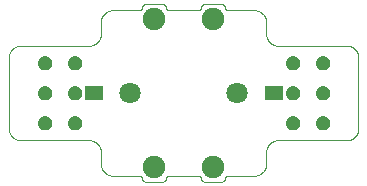
<source format=gts>
G75*
%MOIN*%
%OFA0B0*%
%FSLAX25Y25*%
%IPPOS*%
%LPD*%
%AMOC8*
5,1,8,0,0,1.08239X$1,22.5*
%
%ADD10C,0.00000*%
%ADD11C,0.04731*%
%ADD12C,0.07487*%
%ADD13C,0.07087*%
%ADD14R,0.06306X0.05124*%
D10*
X0045791Y0032012D02*
X0045915Y0032010D01*
X0046038Y0032004D01*
X0046162Y0031995D01*
X0046284Y0031981D01*
X0046407Y0031964D01*
X0046529Y0031942D01*
X0046650Y0031917D01*
X0046770Y0031888D01*
X0046889Y0031856D01*
X0047008Y0031819D01*
X0047125Y0031779D01*
X0047240Y0031736D01*
X0047355Y0031688D01*
X0047467Y0031637D01*
X0047578Y0031583D01*
X0047688Y0031525D01*
X0047795Y0031464D01*
X0047901Y0031399D01*
X0048004Y0031331D01*
X0048105Y0031260D01*
X0048204Y0031186D01*
X0048301Y0031109D01*
X0048395Y0031028D01*
X0048486Y0030945D01*
X0048575Y0030859D01*
X0048661Y0030770D01*
X0048744Y0030679D01*
X0048825Y0030585D01*
X0048902Y0030488D01*
X0048976Y0030389D01*
X0049047Y0030288D01*
X0049115Y0030185D01*
X0049180Y0030079D01*
X0049241Y0029972D01*
X0049299Y0029862D01*
X0049353Y0029751D01*
X0049404Y0029639D01*
X0049452Y0029524D01*
X0049495Y0029409D01*
X0049535Y0029292D01*
X0049572Y0029173D01*
X0049604Y0029054D01*
X0049633Y0028934D01*
X0049658Y0028813D01*
X0049680Y0028691D01*
X0049697Y0028568D01*
X0049711Y0028446D01*
X0049720Y0028322D01*
X0049726Y0028199D01*
X0049728Y0028075D01*
X0049728Y0024138D01*
X0049730Y0024014D01*
X0049736Y0023891D01*
X0049745Y0023767D01*
X0049759Y0023645D01*
X0049776Y0023522D01*
X0049798Y0023400D01*
X0049823Y0023279D01*
X0049852Y0023159D01*
X0049884Y0023040D01*
X0049921Y0022921D01*
X0049961Y0022804D01*
X0050004Y0022689D01*
X0050052Y0022574D01*
X0050103Y0022462D01*
X0050157Y0022351D01*
X0050215Y0022241D01*
X0050276Y0022134D01*
X0050341Y0022028D01*
X0050409Y0021925D01*
X0050480Y0021824D01*
X0050554Y0021725D01*
X0050631Y0021628D01*
X0050712Y0021534D01*
X0050795Y0021443D01*
X0050881Y0021354D01*
X0050970Y0021268D01*
X0051061Y0021185D01*
X0051155Y0021104D01*
X0051252Y0021027D01*
X0051351Y0020953D01*
X0051452Y0020882D01*
X0051555Y0020814D01*
X0051661Y0020749D01*
X0051768Y0020688D01*
X0051878Y0020630D01*
X0051989Y0020576D01*
X0052101Y0020525D01*
X0052216Y0020477D01*
X0052331Y0020434D01*
X0052448Y0020394D01*
X0052567Y0020357D01*
X0052686Y0020325D01*
X0052806Y0020296D01*
X0052927Y0020271D01*
X0053049Y0020249D01*
X0053172Y0020232D01*
X0053294Y0020218D01*
X0053418Y0020209D01*
X0053541Y0020203D01*
X0053665Y0020201D01*
X0062524Y0020201D01*
X0062586Y0020199D01*
X0062647Y0020193D01*
X0062708Y0020184D01*
X0062769Y0020170D01*
X0062828Y0020153D01*
X0062886Y0020132D01*
X0062943Y0020107D01*
X0062998Y0020079D01*
X0063051Y0020048D01*
X0063102Y0020013D01*
X0063151Y0019975D01*
X0063198Y0019934D01*
X0063241Y0019891D01*
X0063282Y0019844D01*
X0063320Y0019795D01*
X0063355Y0019744D01*
X0063386Y0019691D01*
X0063414Y0019636D01*
X0063439Y0019579D01*
X0063460Y0019521D01*
X0063477Y0019462D01*
X0063491Y0019401D01*
X0063500Y0019340D01*
X0063506Y0019279D01*
X0063508Y0019217D01*
X0063510Y0019155D01*
X0063516Y0019094D01*
X0063525Y0019033D01*
X0063539Y0018972D01*
X0063556Y0018913D01*
X0063577Y0018855D01*
X0063602Y0018798D01*
X0063630Y0018743D01*
X0063661Y0018690D01*
X0063696Y0018639D01*
X0063734Y0018590D01*
X0063775Y0018543D01*
X0063818Y0018500D01*
X0063865Y0018459D01*
X0063914Y0018421D01*
X0063965Y0018386D01*
X0064018Y0018355D01*
X0064073Y0018327D01*
X0064130Y0018302D01*
X0064188Y0018281D01*
X0064247Y0018264D01*
X0064308Y0018250D01*
X0064369Y0018241D01*
X0064430Y0018235D01*
X0064492Y0018233D01*
X0064492Y0018232D02*
X0070398Y0018232D01*
X0070398Y0018233D02*
X0070460Y0018235D01*
X0070521Y0018241D01*
X0070582Y0018250D01*
X0070643Y0018264D01*
X0070702Y0018281D01*
X0070760Y0018302D01*
X0070817Y0018327D01*
X0070872Y0018355D01*
X0070925Y0018386D01*
X0070976Y0018421D01*
X0071025Y0018459D01*
X0071072Y0018500D01*
X0071115Y0018543D01*
X0071156Y0018590D01*
X0071194Y0018639D01*
X0071229Y0018690D01*
X0071260Y0018743D01*
X0071288Y0018798D01*
X0071313Y0018855D01*
X0071334Y0018913D01*
X0071351Y0018972D01*
X0071365Y0019033D01*
X0071374Y0019094D01*
X0071380Y0019155D01*
X0071382Y0019217D01*
X0071384Y0019279D01*
X0071390Y0019340D01*
X0071399Y0019401D01*
X0071413Y0019462D01*
X0071430Y0019521D01*
X0071451Y0019579D01*
X0071476Y0019636D01*
X0071504Y0019691D01*
X0071535Y0019744D01*
X0071570Y0019795D01*
X0071608Y0019844D01*
X0071649Y0019891D01*
X0071692Y0019934D01*
X0071739Y0019975D01*
X0071788Y0020013D01*
X0071839Y0020048D01*
X0071892Y0020079D01*
X0071947Y0020107D01*
X0072004Y0020132D01*
X0072062Y0020153D01*
X0072121Y0020170D01*
X0072182Y0020184D01*
X0072243Y0020193D01*
X0072304Y0020199D01*
X0072366Y0020201D01*
X0082209Y0020201D01*
X0082271Y0020199D01*
X0082332Y0020193D01*
X0082393Y0020184D01*
X0082454Y0020170D01*
X0082513Y0020153D01*
X0082571Y0020132D01*
X0082628Y0020107D01*
X0082683Y0020079D01*
X0082736Y0020048D01*
X0082787Y0020013D01*
X0082836Y0019975D01*
X0082883Y0019934D01*
X0082926Y0019891D01*
X0082967Y0019844D01*
X0083005Y0019795D01*
X0083040Y0019744D01*
X0083071Y0019691D01*
X0083099Y0019636D01*
X0083124Y0019579D01*
X0083145Y0019521D01*
X0083162Y0019462D01*
X0083176Y0019401D01*
X0083185Y0019340D01*
X0083191Y0019279D01*
X0083193Y0019217D01*
X0083195Y0019155D01*
X0083201Y0019094D01*
X0083210Y0019033D01*
X0083224Y0018972D01*
X0083241Y0018913D01*
X0083262Y0018855D01*
X0083287Y0018798D01*
X0083315Y0018743D01*
X0083346Y0018690D01*
X0083381Y0018639D01*
X0083419Y0018590D01*
X0083460Y0018543D01*
X0083503Y0018500D01*
X0083550Y0018459D01*
X0083599Y0018421D01*
X0083650Y0018386D01*
X0083703Y0018355D01*
X0083758Y0018327D01*
X0083815Y0018302D01*
X0083873Y0018281D01*
X0083932Y0018264D01*
X0083993Y0018250D01*
X0084054Y0018241D01*
X0084115Y0018235D01*
X0084177Y0018233D01*
X0084177Y0018232D02*
X0090083Y0018232D01*
X0090083Y0018233D02*
X0090145Y0018235D01*
X0090206Y0018241D01*
X0090267Y0018250D01*
X0090328Y0018264D01*
X0090387Y0018281D01*
X0090445Y0018302D01*
X0090502Y0018327D01*
X0090557Y0018355D01*
X0090610Y0018386D01*
X0090661Y0018421D01*
X0090710Y0018459D01*
X0090757Y0018500D01*
X0090800Y0018543D01*
X0090841Y0018590D01*
X0090879Y0018639D01*
X0090914Y0018690D01*
X0090945Y0018743D01*
X0090973Y0018798D01*
X0090998Y0018855D01*
X0091019Y0018913D01*
X0091036Y0018972D01*
X0091050Y0019033D01*
X0091059Y0019094D01*
X0091065Y0019155D01*
X0091067Y0019217D01*
X0091069Y0019279D01*
X0091075Y0019340D01*
X0091084Y0019401D01*
X0091098Y0019462D01*
X0091115Y0019521D01*
X0091136Y0019579D01*
X0091161Y0019636D01*
X0091189Y0019691D01*
X0091220Y0019744D01*
X0091255Y0019795D01*
X0091293Y0019844D01*
X0091334Y0019891D01*
X0091377Y0019934D01*
X0091424Y0019975D01*
X0091473Y0020013D01*
X0091524Y0020048D01*
X0091577Y0020079D01*
X0091632Y0020107D01*
X0091689Y0020132D01*
X0091747Y0020153D01*
X0091806Y0020170D01*
X0091867Y0020184D01*
X0091928Y0020193D01*
X0091989Y0020199D01*
X0092051Y0020201D01*
X0100909Y0020201D01*
X0101033Y0020203D01*
X0101156Y0020209D01*
X0101280Y0020218D01*
X0101402Y0020232D01*
X0101525Y0020249D01*
X0101647Y0020271D01*
X0101768Y0020296D01*
X0101888Y0020325D01*
X0102007Y0020357D01*
X0102126Y0020394D01*
X0102243Y0020434D01*
X0102358Y0020477D01*
X0102473Y0020525D01*
X0102585Y0020576D01*
X0102696Y0020630D01*
X0102806Y0020688D01*
X0102913Y0020749D01*
X0103019Y0020814D01*
X0103122Y0020882D01*
X0103223Y0020953D01*
X0103322Y0021027D01*
X0103419Y0021104D01*
X0103513Y0021185D01*
X0103604Y0021268D01*
X0103693Y0021354D01*
X0103779Y0021443D01*
X0103862Y0021534D01*
X0103943Y0021628D01*
X0104020Y0021725D01*
X0104094Y0021824D01*
X0104165Y0021925D01*
X0104233Y0022028D01*
X0104298Y0022134D01*
X0104359Y0022241D01*
X0104417Y0022351D01*
X0104471Y0022462D01*
X0104522Y0022574D01*
X0104570Y0022689D01*
X0104613Y0022804D01*
X0104653Y0022921D01*
X0104690Y0023040D01*
X0104722Y0023159D01*
X0104751Y0023279D01*
X0104776Y0023400D01*
X0104798Y0023522D01*
X0104815Y0023645D01*
X0104829Y0023767D01*
X0104838Y0023891D01*
X0104844Y0024014D01*
X0104846Y0024138D01*
X0104846Y0028075D01*
X0104848Y0028199D01*
X0104854Y0028322D01*
X0104863Y0028446D01*
X0104877Y0028568D01*
X0104894Y0028691D01*
X0104916Y0028813D01*
X0104941Y0028934D01*
X0104970Y0029054D01*
X0105002Y0029173D01*
X0105039Y0029292D01*
X0105079Y0029409D01*
X0105122Y0029524D01*
X0105170Y0029639D01*
X0105221Y0029751D01*
X0105275Y0029862D01*
X0105333Y0029972D01*
X0105394Y0030079D01*
X0105459Y0030185D01*
X0105527Y0030288D01*
X0105598Y0030389D01*
X0105672Y0030488D01*
X0105749Y0030585D01*
X0105830Y0030679D01*
X0105913Y0030770D01*
X0105999Y0030859D01*
X0106088Y0030945D01*
X0106179Y0031028D01*
X0106273Y0031109D01*
X0106370Y0031186D01*
X0106469Y0031260D01*
X0106570Y0031331D01*
X0106673Y0031399D01*
X0106779Y0031464D01*
X0106886Y0031525D01*
X0106996Y0031583D01*
X0107107Y0031637D01*
X0107219Y0031688D01*
X0107334Y0031736D01*
X0107449Y0031779D01*
X0107566Y0031819D01*
X0107685Y0031856D01*
X0107804Y0031888D01*
X0107924Y0031917D01*
X0108045Y0031942D01*
X0108167Y0031964D01*
X0108290Y0031981D01*
X0108412Y0031995D01*
X0108536Y0032004D01*
X0108659Y0032010D01*
X0108783Y0032012D01*
X0131618Y0032012D01*
X0131742Y0032014D01*
X0131865Y0032020D01*
X0131989Y0032029D01*
X0132111Y0032043D01*
X0132234Y0032060D01*
X0132356Y0032082D01*
X0132477Y0032107D01*
X0132597Y0032136D01*
X0132716Y0032168D01*
X0132835Y0032205D01*
X0132952Y0032245D01*
X0133067Y0032288D01*
X0133182Y0032336D01*
X0133294Y0032387D01*
X0133405Y0032441D01*
X0133515Y0032499D01*
X0133622Y0032560D01*
X0133728Y0032625D01*
X0133831Y0032693D01*
X0133932Y0032764D01*
X0134031Y0032838D01*
X0134128Y0032915D01*
X0134222Y0032996D01*
X0134313Y0033079D01*
X0134402Y0033165D01*
X0134488Y0033254D01*
X0134571Y0033345D01*
X0134652Y0033439D01*
X0134729Y0033536D01*
X0134803Y0033635D01*
X0134874Y0033736D01*
X0134942Y0033839D01*
X0135007Y0033945D01*
X0135068Y0034052D01*
X0135126Y0034162D01*
X0135180Y0034273D01*
X0135231Y0034385D01*
X0135279Y0034500D01*
X0135322Y0034615D01*
X0135362Y0034732D01*
X0135399Y0034851D01*
X0135431Y0034970D01*
X0135460Y0035090D01*
X0135485Y0035211D01*
X0135507Y0035333D01*
X0135524Y0035456D01*
X0135538Y0035578D01*
X0135547Y0035702D01*
X0135553Y0035825D01*
X0135555Y0035949D01*
X0135555Y0059571D01*
X0135553Y0059695D01*
X0135547Y0059818D01*
X0135538Y0059942D01*
X0135524Y0060064D01*
X0135507Y0060187D01*
X0135485Y0060309D01*
X0135460Y0060430D01*
X0135431Y0060550D01*
X0135399Y0060669D01*
X0135362Y0060788D01*
X0135322Y0060905D01*
X0135279Y0061020D01*
X0135231Y0061135D01*
X0135180Y0061247D01*
X0135126Y0061358D01*
X0135068Y0061468D01*
X0135007Y0061575D01*
X0134942Y0061681D01*
X0134874Y0061784D01*
X0134803Y0061885D01*
X0134729Y0061984D01*
X0134652Y0062081D01*
X0134571Y0062175D01*
X0134488Y0062266D01*
X0134402Y0062355D01*
X0134313Y0062441D01*
X0134222Y0062524D01*
X0134128Y0062605D01*
X0134031Y0062682D01*
X0133932Y0062756D01*
X0133831Y0062827D01*
X0133728Y0062895D01*
X0133622Y0062960D01*
X0133515Y0063021D01*
X0133405Y0063079D01*
X0133294Y0063133D01*
X0133182Y0063184D01*
X0133067Y0063232D01*
X0132952Y0063275D01*
X0132835Y0063315D01*
X0132716Y0063352D01*
X0132597Y0063384D01*
X0132477Y0063413D01*
X0132356Y0063438D01*
X0132234Y0063460D01*
X0132111Y0063477D01*
X0131989Y0063491D01*
X0131865Y0063500D01*
X0131742Y0063506D01*
X0131618Y0063508D01*
X0108783Y0063508D01*
X0108659Y0063510D01*
X0108536Y0063516D01*
X0108412Y0063525D01*
X0108290Y0063539D01*
X0108167Y0063556D01*
X0108045Y0063578D01*
X0107924Y0063603D01*
X0107804Y0063632D01*
X0107685Y0063664D01*
X0107566Y0063701D01*
X0107449Y0063741D01*
X0107334Y0063784D01*
X0107219Y0063832D01*
X0107107Y0063883D01*
X0106996Y0063937D01*
X0106886Y0063995D01*
X0106779Y0064056D01*
X0106673Y0064121D01*
X0106570Y0064189D01*
X0106469Y0064260D01*
X0106370Y0064334D01*
X0106273Y0064411D01*
X0106179Y0064492D01*
X0106088Y0064575D01*
X0105999Y0064661D01*
X0105913Y0064750D01*
X0105830Y0064841D01*
X0105749Y0064935D01*
X0105672Y0065032D01*
X0105598Y0065131D01*
X0105527Y0065232D01*
X0105459Y0065335D01*
X0105394Y0065441D01*
X0105333Y0065548D01*
X0105275Y0065658D01*
X0105221Y0065769D01*
X0105170Y0065881D01*
X0105122Y0065996D01*
X0105079Y0066111D01*
X0105039Y0066228D01*
X0105002Y0066347D01*
X0104970Y0066466D01*
X0104941Y0066586D01*
X0104916Y0066707D01*
X0104894Y0066829D01*
X0104877Y0066952D01*
X0104863Y0067074D01*
X0104854Y0067198D01*
X0104848Y0067321D01*
X0104846Y0067445D01*
X0104846Y0071382D01*
X0104844Y0071506D01*
X0104838Y0071629D01*
X0104829Y0071753D01*
X0104815Y0071875D01*
X0104798Y0071998D01*
X0104776Y0072120D01*
X0104751Y0072241D01*
X0104722Y0072361D01*
X0104690Y0072480D01*
X0104653Y0072599D01*
X0104613Y0072716D01*
X0104570Y0072831D01*
X0104522Y0072946D01*
X0104471Y0073058D01*
X0104417Y0073169D01*
X0104359Y0073279D01*
X0104298Y0073386D01*
X0104233Y0073492D01*
X0104165Y0073595D01*
X0104094Y0073696D01*
X0104020Y0073795D01*
X0103943Y0073892D01*
X0103862Y0073986D01*
X0103779Y0074077D01*
X0103693Y0074166D01*
X0103604Y0074252D01*
X0103513Y0074335D01*
X0103419Y0074416D01*
X0103322Y0074493D01*
X0103223Y0074567D01*
X0103122Y0074638D01*
X0103019Y0074706D01*
X0102913Y0074771D01*
X0102806Y0074832D01*
X0102696Y0074890D01*
X0102585Y0074944D01*
X0102473Y0074995D01*
X0102358Y0075043D01*
X0102243Y0075086D01*
X0102126Y0075126D01*
X0102007Y0075163D01*
X0101888Y0075195D01*
X0101768Y0075224D01*
X0101647Y0075249D01*
X0101525Y0075271D01*
X0101402Y0075288D01*
X0101280Y0075302D01*
X0101156Y0075311D01*
X0101033Y0075317D01*
X0100909Y0075319D01*
X0092051Y0075319D01*
X0091989Y0075321D01*
X0091928Y0075327D01*
X0091867Y0075336D01*
X0091806Y0075350D01*
X0091747Y0075367D01*
X0091689Y0075388D01*
X0091632Y0075413D01*
X0091577Y0075441D01*
X0091524Y0075472D01*
X0091473Y0075507D01*
X0091424Y0075545D01*
X0091377Y0075586D01*
X0091334Y0075629D01*
X0091293Y0075676D01*
X0091255Y0075725D01*
X0091220Y0075776D01*
X0091189Y0075829D01*
X0091161Y0075884D01*
X0091136Y0075941D01*
X0091115Y0075999D01*
X0091098Y0076058D01*
X0091084Y0076119D01*
X0091075Y0076180D01*
X0091069Y0076241D01*
X0091067Y0076303D01*
X0091065Y0076365D01*
X0091059Y0076426D01*
X0091050Y0076487D01*
X0091036Y0076548D01*
X0091019Y0076607D01*
X0090998Y0076665D01*
X0090973Y0076722D01*
X0090945Y0076777D01*
X0090914Y0076830D01*
X0090879Y0076881D01*
X0090841Y0076930D01*
X0090800Y0076977D01*
X0090757Y0077020D01*
X0090710Y0077061D01*
X0090661Y0077099D01*
X0090610Y0077134D01*
X0090557Y0077165D01*
X0090502Y0077193D01*
X0090445Y0077218D01*
X0090387Y0077239D01*
X0090328Y0077256D01*
X0090267Y0077270D01*
X0090206Y0077279D01*
X0090145Y0077285D01*
X0090083Y0077287D01*
X0084177Y0077287D01*
X0084115Y0077285D01*
X0084054Y0077279D01*
X0083993Y0077270D01*
X0083932Y0077256D01*
X0083873Y0077239D01*
X0083815Y0077218D01*
X0083758Y0077193D01*
X0083703Y0077165D01*
X0083650Y0077134D01*
X0083599Y0077099D01*
X0083550Y0077061D01*
X0083503Y0077020D01*
X0083460Y0076977D01*
X0083419Y0076930D01*
X0083381Y0076881D01*
X0083346Y0076830D01*
X0083315Y0076777D01*
X0083287Y0076722D01*
X0083262Y0076665D01*
X0083241Y0076607D01*
X0083224Y0076548D01*
X0083210Y0076487D01*
X0083201Y0076426D01*
X0083195Y0076365D01*
X0083193Y0076303D01*
X0083191Y0076241D01*
X0083185Y0076180D01*
X0083176Y0076119D01*
X0083162Y0076058D01*
X0083145Y0075999D01*
X0083124Y0075941D01*
X0083099Y0075884D01*
X0083071Y0075829D01*
X0083040Y0075776D01*
X0083005Y0075725D01*
X0082967Y0075676D01*
X0082926Y0075629D01*
X0082883Y0075586D01*
X0082836Y0075545D01*
X0082787Y0075507D01*
X0082736Y0075472D01*
X0082683Y0075441D01*
X0082628Y0075413D01*
X0082571Y0075388D01*
X0082513Y0075367D01*
X0082454Y0075350D01*
X0082393Y0075336D01*
X0082332Y0075327D01*
X0082271Y0075321D01*
X0082209Y0075319D01*
X0072366Y0075319D01*
X0072304Y0075321D01*
X0072243Y0075327D01*
X0072182Y0075336D01*
X0072121Y0075350D01*
X0072062Y0075367D01*
X0072004Y0075388D01*
X0071947Y0075413D01*
X0071892Y0075441D01*
X0071839Y0075472D01*
X0071788Y0075507D01*
X0071739Y0075545D01*
X0071692Y0075586D01*
X0071649Y0075629D01*
X0071608Y0075676D01*
X0071570Y0075725D01*
X0071535Y0075776D01*
X0071504Y0075829D01*
X0071476Y0075884D01*
X0071451Y0075941D01*
X0071430Y0075999D01*
X0071413Y0076058D01*
X0071399Y0076119D01*
X0071390Y0076180D01*
X0071384Y0076241D01*
X0071382Y0076303D01*
X0071380Y0076365D01*
X0071374Y0076426D01*
X0071365Y0076487D01*
X0071351Y0076548D01*
X0071334Y0076607D01*
X0071313Y0076665D01*
X0071288Y0076722D01*
X0071260Y0076777D01*
X0071229Y0076830D01*
X0071194Y0076881D01*
X0071156Y0076930D01*
X0071115Y0076977D01*
X0071072Y0077020D01*
X0071025Y0077061D01*
X0070976Y0077099D01*
X0070925Y0077134D01*
X0070872Y0077165D01*
X0070817Y0077193D01*
X0070760Y0077218D01*
X0070702Y0077239D01*
X0070643Y0077256D01*
X0070582Y0077270D01*
X0070521Y0077279D01*
X0070460Y0077285D01*
X0070398Y0077287D01*
X0064492Y0077287D01*
X0064430Y0077285D01*
X0064369Y0077279D01*
X0064308Y0077270D01*
X0064247Y0077256D01*
X0064188Y0077239D01*
X0064130Y0077218D01*
X0064073Y0077193D01*
X0064018Y0077165D01*
X0063965Y0077134D01*
X0063914Y0077099D01*
X0063865Y0077061D01*
X0063818Y0077020D01*
X0063775Y0076977D01*
X0063734Y0076930D01*
X0063696Y0076881D01*
X0063661Y0076830D01*
X0063630Y0076777D01*
X0063602Y0076722D01*
X0063577Y0076665D01*
X0063556Y0076607D01*
X0063539Y0076548D01*
X0063525Y0076487D01*
X0063516Y0076426D01*
X0063510Y0076365D01*
X0063508Y0076303D01*
X0063506Y0076241D01*
X0063500Y0076180D01*
X0063491Y0076119D01*
X0063477Y0076058D01*
X0063460Y0075999D01*
X0063439Y0075941D01*
X0063414Y0075884D01*
X0063386Y0075829D01*
X0063355Y0075776D01*
X0063320Y0075725D01*
X0063282Y0075676D01*
X0063241Y0075629D01*
X0063198Y0075586D01*
X0063151Y0075545D01*
X0063102Y0075507D01*
X0063051Y0075472D01*
X0062998Y0075441D01*
X0062943Y0075413D01*
X0062886Y0075388D01*
X0062828Y0075367D01*
X0062769Y0075350D01*
X0062708Y0075336D01*
X0062647Y0075327D01*
X0062586Y0075321D01*
X0062524Y0075319D01*
X0053665Y0075319D01*
X0053541Y0075317D01*
X0053418Y0075311D01*
X0053294Y0075302D01*
X0053172Y0075288D01*
X0053049Y0075271D01*
X0052927Y0075249D01*
X0052806Y0075224D01*
X0052686Y0075195D01*
X0052567Y0075163D01*
X0052448Y0075126D01*
X0052331Y0075086D01*
X0052216Y0075043D01*
X0052101Y0074995D01*
X0051989Y0074944D01*
X0051878Y0074890D01*
X0051768Y0074832D01*
X0051661Y0074771D01*
X0051555Y0074706D01*
X0051452Y0074638D01*
X0051351Y0074567D01*
X0051252Y0074493D01*
X0051155Y0074416D01*
X0051061Y0074335D01*
X0050970Y0074252D01*
X0050881Y0074166D01*
X0050795Y0074077D01*
X0050712Y0073986D01*
X0050631Y0073892D01*
X0050554Y0073795D01*
X0050480Y0073696D01*
X0050409Y0073595D01*
X0050341Y0073492D01*
X0050276Y0073386D01*
X0050215Y0073279D01*
X0050157Y0073169D01*
X0050103Y0073058D01*
X0050052Y0072946D01*
X0050004Y0072831D01*
X0049961Y0072716D01*
X0049921Y0072599D01*
X0049884Y0072480D01*
X0049852Y0072361D01*
X0049823Y0072241D01*
X0049798Y0072120D01*
X0049776Y0071998D01*
X0049759Y0071875D01*
X0049745Y0071753D01*
X0049736Y0071629D01*
X0049730Y0071506D01*
X0049728Y0071382D01*
X0049728Y0067445D01*
X0049726Y0067321D01*
X0049720Y0067198D01*
X0049711Y0067074D01*
X0049697Y0066952D01*
X0049680Y0066829D01*
X0049658Y0066707D01*
X0049633Y0066586D01*
X0049604Y0066466D01*
X0049572Y0066347D01*
X0049535Y0066228D01*
X0049495Y0066111D01*
X0049452Y0065996D01*
X0049404Y0065881D01*
X0049353Y0065769D01*
X0049299Y0065658D01*
X0049241Y0065548D01*
X0049180Y0065441D01*
X0049115Y0065335D01*
X0049047Y0065232D01*
X0048976Y0065131D01*
X0048902Y0065032D01*
X0048825Y0064935D01*
X0048744Y0064841D01*
X0048661Y0064750D01*
X0048575Y0064661D01*
X0048486Y0064575D01*
X0048395Y0064492D01*
X0048301Y0064411D01*
X0048204Y0064334D01*
X0048105Y0064260D01*
X0048004Y0064189D01*
X0047901Y0064121D01*
X0047795Y0064056D01*
X0047688Y0063995D01*
X0047578Y0063937D01*
X0047467Y0063883D01*
X0047355Y0063832D01*
X0047240Y0063784D01*
X0047125Y0063741D01*
X0047008Y0063701D01*
X0046889Y0063664D01*
X0046770Y0063632D01*
X0046650Y0063603D01*
X0046529Y0063578D01*
X0046407Y0063556D01*
X0046284Y0063539D01*
X0046162Y0063525D01*
X0046038Y0063516D01*
X0045915Y0063510D01*
X0045791Y0063508D01*
X0022957Y0063508D01*
X0022833Y0063506D01*
X0022710Y0063500D01*
X0022586Y0063491D01*
X0022464Y0063477D01*
X0022341Y0063460D01*
X0022219Y0063438D01*
X0022098Y0063413D01*
X0021978Y0063384D01*
X0021859Y0063352D01*
X0021740Y0063315D01*
X0021623Y0063275D01*
X0021508Y0063232D01*
X0021393Y0063184D01*
X0021281Y0063133D01*
X0021170Y0063079D01*
X0021060Y0063021D01*
X0020953Y0062960D01*
X0020847Y0062895D01*
X0020744Y0062827D01*
X0020643Y0062756D01*
X0020544Y0062682D01*
X0020447Y0062605D01*
X0020353Y0062524D01*
X0020262Y0062441D01*
X0020173Y0062355D01*
X0020087Y0062266D01*
X0020004Y0062175D01*
X0019923Y0062081D01*
X0019846Y0061984D01*
X0019772Y0061885D01*
X0019701Y0061784D01*
X0019633Y0061681D01*
X0019568Y0061575D01*
X0019507Y0061468D01*
X0019449Y0061358D01*
X0019395Y0061247D01*
X0019344Y0061135D01*
X0019296Y0061020D01*
X0019253Y0060905D01*
X0019213Y0060788D01*
X0019176Y0060669D01*
X0019144Y0060550D01*
X0019115Y0060430D01*
X0019090Y0060309D01*
X0019068Y0060187D01*
X0019051Y0060064D01*
X0019037Y0059942D01*
X0019028Y0059818D01*
X0019022Y0059695D01*
X0019020Y0059571D01*
X0019020Y0035949D01*
X0019022Y0035825D01*
X0019028Y0035702D01*
X0019037Y0035578D01*
X0019051Y0035456D01*
X0019068Y0035333D01*
X0019090Y0035211D01*
X0019115Y0035090D01*
X0019144Y0034970D01*
X0019176Y0034851D01*
X0019213Y0034732D01*
X0019253Y0034615D01*
X0019296Y0034500D01*
X0019344Y0034385D01*
X0019395Y0034273D01*
X0019449Y0034162D01*
X0019507Y0034052D01*
X0019568Y0033945D01*
X0019633Y0033839D01*
X0019701Y0033736D01*
X0019772Y0033635D01*
X0019846Y0033536D01*
X0019923Y0033439D01*
X0020004Y0033345D01*
X0020087Y0033254D01*
X0020173Y0033165D01*
X0020262Y0033079D01*
X0020353Y0032996D01*
X0020447Y0032915D01*
X0020544Y0032838D01*
X0020643Y0032764D01*
X0020744Y0032693D01*
X0020847Y0032625D01*
X0020953Y0032560D01*
X0021060Y0032499D01*
X0021170Y0032441D01*
X0021281Y0032387D01*
X0021393Y0032336D01*
X0021508Y0032288D01*
X0021623Y0032245D01*
X0021740Y0032205D01*
X0021859Y0032168D01*
X0021978Y0032136D01*
X0022098Y0032107D01*
X0022219Y0032082D01*
X0022341Y0032060D01*
X0022464Y0032043D01*
X0022586Y0032029D01*
X0022710Y0032020D01*
X0022833Y0032014D01*
X0022957Y0032012D01*
X0045791Y0032012D01*
X0038784Y0037760D02*
X0038786Y0037853D01*
X0038792Y0037945D01*
X0038802Y0038037D01*
X0038816Y0038128D01*
X0038833Y0038219D01*
X0038855Y0038309D01*
X0038880Y0038398D01*
X0038909Y0038486D01*
X0038942Y0038572D01*
X0038979Y0038657D01*
X0039019Y0038741D01*
X0039063Y0038822D01*
X0039110Y0038902D01*
X0039160Y0038980D01*
X0039214Y0039055D01*
X0039271Y0039128D01*
X0039331Y0039198D01*
X0039394Y0039266D01*
X0039460Y0039331D01*
X0039528Y0039393D01*
X0039599Y0039453D01*
X0039673Y0039509D01*
X0039749Y0039562D01*
X0039827Y0039611D01*
X0039907Y0039658D01*
X0039989Y0039700D01*
X0040073Y0039740D01*
X0040158Y0039775D01*
X0040245Y0039807D01*
X0040333Y0039836D01*
X0040422Y0039860D01*
X0040512Y0039881D01*
X0040603Y0039897D01*
X0040695Y0039910D01*
X0040787Y0039919D01*
X0040880Y0039924D01*
X0040972Y0039925D01*
X0041065Y0039922D01*
X0041157Y0039915D01*
X0041249Y0039904D01*
X0041340Y0039889D01*
X0041431Y0039871D01*
X0041521Y0039848D01*
X0041609Y0039822D01*
X0041697Y0039792D01*
X0041783Y0039758D01*
X0041867Y0039721D01*
X0041950Y0039679D01*
X0042031Y0039635D01*
X0042111Y0039587D01*
X0042188Y0039536D01*
X0042262Y0039481D01*
X0042335Y0039423D01*
X0042405Y0039363D01*
X0042472Y0039299D01*
X0042536Y0039233D01*
X0042598Y0039163D01*
X0042656Y0039092D01*
X0042711Y0039018D01*
X0042763Y0038941D01*
X0042812Y0038862D01*
X0042858Y0038782D01*
X0042900Y0038699D01*
X0042938Y0038615D01*
X0042973Y0038529D01*
X0043004Y0038442D01*
X0043031Y0038354D01*
X0043054Y0038264D01*
X0043074Y0038174D01*
X0043090Y0038083D01*
X0043102Y0037991D01*
X0043110Y0037899D01*
X0043114Y0037806D01*
X0043114Y0037714D01*
X0043110Y0037621D01*
X0043102Y0037529D01*
X0043090Y0037437D01*
X0043074Y0037346D01*
X0043054Y0037256D01*
X0043031Y0037166D01*
X0043004Y0037078D01*
X0042973Y0036991D01*
X0042938Y0036905D01*
X0042900Y0036821D01*
X0042858Y0036738D01*
X0042812Y0036658D01*
X0042763Y0036579D01*
X0042711Y0036502D01*
X0042656Y0036428D01*
X0042598Y0036357D01*
X0042536Y0036287D01*
X0042472Y0036221D01*
X0042405Y0036157D01*
X0042335Y0036097D01*
X0042262Y0036039D01*
X0042188Y0035984D01*
X0042111Y0035933D01*
X0042032Y0035885D01*
X0041950Y0035841D01*
X0041867Y0035799D01*
X0041783Y0035762D01*
X0041697Y0035728D01*
X0041609Y0035698D01*
X0041521Y0035672D01*
X0041431Y0035649D01*
X0041340Y0035631D01*
X0041249Y0035616D01*
X0041157Y0035605D01*
X0041065Y0035598D01*
X0040972Y0035595D01*
X0040880Y0035596D01*
X0040787Y0035601D01*
X0040695Y0035610D01*
X0040603Y0035623D01*
X0040512Y0035639D01*
X0040422Y0035660D01*
X0040333Y0035684D01*
X0040245Y0035713D01*
X0040158Y0035745D01*
X0040073Y0035780D01*
X0039989Y0035820D01*
X0039907Y0035862D01*
X0039827Y0035909D01*
X0039749Y0035958D01*
X0039673Y0036011D01*
X0039599Y0036067D01*
X0039528Y0036127D01*
X0039460Y0036189D01*
X0039394Y0036254D01*
X0039331Y0036322D01*
X0039271Y0036392D01*
X0039214Y0036465D01*
X0039160Y0036540D01*
X0039110Y0036618D01*
X0039063Y0036698D01*
X0039019Y0036779D01*
X0038979Y0036863D01*
X0038942Y0036948D01*
X0038909Y0037034D01*
X0038880Y0037122D01*
X0038855Y0037211D01*
X0038833Y0037301D01*
X0038816Y0037392D01*
X0038802Y0037483D01*
X0038792Y0037575D01*
X0038786Y0037667D01*
X0038784Y0037760D01*
X0028784Y0037760D02*
X0028786Y0037853D01*
X0028792Y0037945D01*
X0028802Y0038037D01*
X0028816Y0038128D01*
X0028833Y0038219D01*
X0028855Y0038309D01*
X0028880Y0038398D01*
X0028909Y0038486D01*
X0028942Y0038572D01*
X0028979Y0038657D01*
X0029019Y0038741D01*
X0029063Y0038822D01*
X0029110Y0038902D01*
X0029160Y0038980D01*
X0029214Y0039055D01*
X0029271Y0039128D01*
X0029331Y0039198D01*
X0029394Y0039266D01*
X0029460Y0039331D01*
X0029528Y0039393D01*
X0029599Y0039453D01*
X0029673Y0039509D01*
X0029749Y0039562D01*
X0029827Y0039611D01*
X0029907Y0039658D01*
X0029989Y0039700D01*
X0030073Y0039740D01*
X0030158Y0039775D01*
X0030245Y0039807D01*
X0030333Y0039836D01*
X0030422Y0039860D01*
X0030512Y0039881D01*
X0030603Y0039897D01*
X0030695Y0039910D01*
X0030787Y0039919D01*
X0030880Y0039924D01*
X0030972Y0039925D01*
X0031065Y0039922D01*
X0031157Y0039915D01*
X0031249Y0039904D01*
X0031340Y0039889D01*
X0031431Y0039871D01*
X0031521Y0039848D01*
X0031609Y0039822D01*
X0031697Y0039792D01*
X0031783Y0039758D01*
X0031867Y0039721D01*
X0031950Y0039679D01*
X0032031Y0039635D01*
X0032111Y0039587D01*
X0032188Y0039536D01*
X0032262Y0039481D01*
X0032335Y0039423D01*
X0032405Y0039363D01*
X0032472Y0039299D01*
X0032536Y0039233D01*
X0032598Y0039163D01*
X0032656Y0039092D01*
X0032711Y0039018D01*
X0032763Y0038941D01*
X0032812Y0038862D01*
X0032858Y0038782D01*
X0032900Y0038699D01*
X0032938Y0038615D01*
X0032973Y0038529D01*
X0033004Y0038442D01*
X0033031Y0038354D01*
X0033054Y0038264D01*
X0033074Y0038174D01*
X0033090Y0038083D01*
X0033102Y0037991D01*
X0033110Y0037899D01*
X0033114Y0037806D01*
X0033114Y0037714D01*
X0033110Y0037621D01*
X0033102Y0037529D01*
X0033090Y0037437D01*
X0033074Y0037346D01*
X0033054Y0037256D01*
X0033031Y0037166D01*
X0033004Y0037078D01*
X0032973Y0036991D01*
X0032938Y0036905D01*
X0032900Y0036821D01*
X0032858Y0036738D01*
X0032812Y0036658D01*
X0032763Y0036579D01*
X0032711Y0036502D01*
X0032656Y0036428D01*
X0032598Y0036357D01*
X0032536Y0036287D01*
X0032472Y0036221D01*
X0032405Y0036157D01*
X0032335Y0036097D01*
X0032262Y0036039D01*
X0032188Y0035984D01*
X0032111Y0035933D01*
X0032032Y0035885D01*
X0031950Y0035841D01*
X0031867Y0035799D01*
X0031783Y0035762D01*
X0031697Y0035728D01*
X0031609Y0035698D01*
X0031521Y0035672D01*
X0031431Y0035649D01*
X0031340Y0035631D01*
X0031249Y0035616D01*
X0031157Y0035605D01*
X0031065Y0035598D01*
X0030972Y0035595D01*
X0030880Y0035596D01*
X0030787Y0035601D01*
X0030695Y0035610D01*
X0030603Y0035623D01*
X0030512Y0035639D01*
X0030422Y0035660D01*
X0030333Y0035684D01*
X0030245Y0035713D01*
X0030158Y0035745D01*
X0030073Y0035780D01*
X0029989Y0035820D01*
X0029907Y0035862D01*
X0029827Y0035909D01*
X0029749Y0035958D01*
X0029673Y0036011D01*
X0029599Y0036067D01*
X0029528Y0036127D01*
X0029460Y0036189D01*
X0029394Y0036254D01*
X0029331Y0036322D01*
X0029271Y0036392D01*
X0029214Y0036465D01*
X0029160Y0036540D01*
X0029110Y0036618D01*
X0029063Y0036698D01*
X0029019Y0036779D01*
X0028979Y0036863D01*
X0028942Y0036948D01*
X0028909Y0037034D01*
X0028880Y0037122D01*
X0028855Y0037211D01*
X0028833Y0037301D01*
X0028816Y0037392D01*
X0028802Y0037483D01*
X0028792Y0037575D01*
X0028786Y0037667D01*
X0028784Y0037760D01*
X0028784Y0047760D02*
X0028786Y0047853D01*
X0028792Y0047945D01*
X0028802Y0048037D01*
X0028816Y0048128D01*
X0028833Y0048219D01*
X0028855Y0048309D01*
X0028880Y0048398D01*
X0028909Y0048486D01*
X0028942Y0048572D01*
X0028979Y0048657D01*
X0029019Y0048741D01*
X0029063Y0048822D01*
X0029110Y0048902D01*
X0029160Y0048980D01*
X0029214Y0049055D01*
X0029271Y0049128D01*
X0029331Y0049198D01*
X0029394Y0049266D01*
X0029460Y0049331D01*
X0029528Y0049393D01*
X0029599Y0049453D01*
X0029673Y0049509D01*
X0029749Y0049562D01*
X0029827Y0049611D01*
X0029907Y0049658D01*
X0029989Y0049700D01*
X0030073Y0049740D01*
X0030158Y0049775D01*
X0030245Y0049807D01*
X0030333Y0049836D01*
X0030422Y0049860D01*
X0030512Y0049881D01*
X0030603Y0049897D01*
X0030695Y0049910D01*
X0030787Y0049919D01*
X0030880Y0049924D01*
X0030972Y0049925D01*
X0031065Y0049922D01*
X0031157Y0049915D01*
X0031249Y0049904D01*
X0031340Y0049889D01*
X0031431Y0049871D01*
X0031521Y0049848D01*
X0031609Y0049822D01*
X0031697Y0049792D01*
X0031783Y0049758D01*
X0031867Y0049721D01*
X0031950Y0049679D01*
X0032031Y0049635D01*
X0032111Y0049587D01*
X0032188Y0049536D01*
X0032262Y0049481D01*
X0032335Y0049423D01*
X0032405Y0049363D01*
X0032472Y0049299D01*
X0032536Y0049233D01*
X0032598Y0049163D01*
X0032656Y0049092D01*
X0032711Y0049018D01*
X0032763Y0048941D01*
X0032812Y0048862D01*
X0032858Y0048782D01*
X0032900Y0048699D01*
X0032938Y0048615D01*
X0032973Y0048529D01*
X0033004Y0048442D01*
X0033031Y0048354D01*
X0033054Y0048264D01*
X0033074Y0048174D01*
X0033090Y0048083D01*
X0033102Y0047991D01*
X0033110Y0047899D01*
X0033114Y0047806D01*
X0033114Y0047714D01*
X0033110Y0047621D01*
X0033102Y0047529D01*
X0033090Y0047437D01*
X0033074Y0047346D01*
X0033054Y0047256D01*
X0033031Y0047166D01*
X0033004Y0047078D01*
X0032973Y0046991D01*
X0032938Y0046905D01*
X0032900Y0046821D01*
X0032858Y0046738D01*
X0032812Y0046658D01*
X0032763Y0046579D01*
X0032711Y0046502D01*
X0032656Y0046428D01*
X0032598Y0046357D01*
X0032536Y0046287D01*
X0032472Y0046221D01*
X0032405Y0046157D01*
X0032335Y0046097D01*
X0032262Y0046039D01*
X0032188Y0045984D01*
X0032111Y0045933D01*
X0032032Y0045885D01*
X0031950Y0045841D01*
X0031867Y0045799D01*
X0031783Y0045762D01*
X0031697Y0045728D01*
X0031609Y0045698D01*
X0031521Y0045672D01*
X0031431Y0045649D01*
X0031340Y0045631D01*
X0031249Y0045616D01*
X0031157Y0045605D01*
X0031065Y0045598D01*
X0030972Y0045595D01*
X0030880Y0045596D01*
X0030787Y0045601D01*
X0030695Y0045610D01*
X0030603Y0045623D01*
X0030512Y0045639D01*
X0030422Y0045660D01*
X0030333Y0045684D01*
X0030245Y0045713D01*
X0030158Y0045745D01*
X0030073Y0045780D01*
X0029989Y0045820D01*
X0029907Y0045862D01*
X0029827Y0045909D01*
X0029749Y0045958D01*
X0029673Y0046011D01*
X0029599Y0046067D01*
X0029528Y0046127D01*
X0029460Y0046189D01*
X0029394Y0046254D01*
X0029331Y0046322D01*
X0029271Y0046392D01*
X0029214Y0046465D01*
X0029160Y0046540D01*
X0029110Y0046618D01*
X0029063Y0046698D01*
X0029019Y0046779D01*
X0028979Y0046863D01*
X0028942Y0046948D01*
X0028909Y0047034D01*
X0028880Y0047122D01*
X0028855Y0047211D01*
X0028833Y0047301D01*
X0028816Y0047392D01*
X0028802Y0047483D01*
X0028792Y0047575D01*
X0028786Y0047667D01*
X0028784Y0047760D01*
X0038784Y0047760D02*
X0038786Y0047853D01*
X0038792Y0047945D01*
X0038802Y0048037D01*
X0038816Y0048128D01*
X0038833Y0048219D01*
X0038855Y0048309D01*
X0038880Y0048398D01*
X0038909Y0048486D01*
X0038942Y0048572D01*
X0038979Y0048657D01*
X0039019Y0048741D01*
X0039063Y0048822D01*
X0039110Y0048902D01*
X0039160Y0048980D01*
X0039214Y0049055D01*
X0039271Y0049128D01*
X0039331Y0049198D01*
X0039394Y0049266D01*
X0039460Y0049331D01*
X0039528Y0049393D01*
X0039599Y0049453D01*
X0039673Y0049509D01*
X0039749Y0049562D01*
X0039827Y0049611D01*
X0039907Y0049658D01*
X0039989Y0049700D01*
X0040073Y0049740D01*
X0040158Y0049775D01*
X0040245Y0049807D01*
X0040333Y0049836D01*
X0040422Y0049860D01*
X0040512Y0049881D01*
X0040603Y0049897D01*
X0040695Y0049910D01*
X0040787Y0049919D01*
X0040880Y0049924D01*
X0040972Y0049925D01*
X0041065Y0049922D01*
X0041157Y0049915D01*
X0041249Y0049904D01*
X0041340Y0049889D01*
X0041431Y0049871D01*
X0041521Y0049848D01*
X0041609Y0049822D01*
X0041697Y0049792D01*
X0041783Y0049758D01*
X0041867Y0049721D01*
X0041950Y0049679D01*
X0042031Y0049635D01*
X0042111Y0049587D01*
X0042188Y0049536D01*
X0042262Y0049481D01*
X0042335Y0049423D01*
X0042405Y0049363D01*
X0042472Y0049299D01*
X0042536Y0049233D01*
X0042598Y0049163D01*
X0042656Y0049092D01*
X0042711Y0049018D01*
X0042763Y0048941D01*
X0042812Y0048862D01*
X0042858Y0048782D01*
X0042900Y0048699D01*
X0042938Y0048615D01*
X0042973Y0048529D01*
X0043004Y0048442D01*
X0043031Y0048354D01*
X0043054Y0048264D01*
X0043074Y0048174D01*
X0043090Y0048083D01*
X0043102Y0047991D01*
X0043110Y0047899D01*
X0043114Y0047806D01*
X0043114Y0047714D01*
X0043110Y0047621D01*
X0043102Y0047529D01*
X0043090Y0047437D01*
X0043074Y0047346D01*
X0043054Y0047256D01*
X0043031Y0047166D01*
X0043004Y0047078D01*
X0042973Y0046991D01*
X0042938Y0046905D01*
X0042900Y0046821D01*
X0042858Y0046738D01*
X0042812Y0046658D01*
X0042763Y0046579D01*
X0042711Y0046502D01*
X0042656Y0046428D01*
X0042598Y0046357D01*
X0042536Y0046287D01*
X0042472Y0046221D01*
X0042405Y0046157D01*
X0042335Y0046097D01*
X0042262Y0046039D01*
X0042188Y0045984D01*
X0042111Y0045933D01*
X0042032Y0045885D01*
X0041950Y0045841D01*
X0041867Y0045799D01*
X0041783Y0045762D01*
X0041697Y0045728D01*
X0041609Y0045698D01*
X0041521Y0045672D01*
X0041431Y0045649D01*
X0041340Y0045631D01*
X0041249Y0045616D01*
X0041157Y0045605D01*
X0041065Y0045598D01*
X0040972Y0045595D01*
X0040880Y0045596D01*
X0040787Y0045601D01*
X0040695Y0045610D01*
X0040603Y0045623D01*
X0040512Y0045639D01*
X0040422Y0045660D01*
X0040333Y0045684D01*
X0040245Y0045713D01*
X0040158Y0045745D01*
X0040073Y0045780D01*
X0039989Y0045820D01*
X0039907Y0045862D01*
X0039827Y0045909D01*
X0039749Y0045958D01*
X0039673Y0046011D01*
X0039599Y0046067D01*
X0039528Y0046127D01*
X0039460Y0046189D01*
X0039394Y0046254D01*
X0039331Y0046322D01*
X0039271Y0046392D01*
X0039214Y0046465D01*
X0039160Y0046540D01*
X0039110Y0046618D01*
X0039063Y0046698D01*
X0039019Y0046779D01*
X0038979Y0046863D01*
X0038942Y0046948D01*
X0038909Y0047034D01*
X0038880Y0047122D01*
X0038855Y0047211D01*
X0038833Y0047301D01*
X0038816Y0047392D01*
X0038802Y0047483D01*
X0038792Y0047575D01*
X0038786Y0047667D01*
X0038784Y0047760D01*
X0038784Y0057760D02*
X0038786Y0057853D01*
X0038792Y0057945D01*
X0038802Y0058037D01*
X0038816Y0058128D01*
X0038833Y0058219D01*
X0038855Y0058309D01*
X0038880Y0058398D01*
X0038909Y0058486D01*
X0038942Y0058572D01*
X0038979Y0058657D01*
X0039019Y0058741D01*
X0039063Y0058822D01*
X0039110Y0058902D01*
X0039160Y0058980D01*
X0039214Y0059055D01*
X0039271Y0059128D01*
X0039331Y0059198D01*
X0039394Y0059266D01*
X0039460Y0059331D01*
X0039528Y0059393D01*
X0039599Y0059453D01*
X0039673Y0059509D01*
X0039749Y0059562D01*
X0039827Y0059611D01*
X0039907Y0059658D01*
X0039989Y0059700D01*
X0040073Y0059740D01*
X0040158Y0059775D01*
X0040245Y0059807D01*
X0040333Y0059836D01*
X0040422Y0059860D01*
X0040512Y0059881D01*
X0040603Y0059897D01*
X0040695Y0059910D01*
X0040787Y0059919D01*
X0040880Y0059924D01*
X0040972Y0059925D01*
X0041065Y0059922D01*
X0041157Y0059915D01*
X0041249Y0059904D01*
X0041340Y0059889D01*
X0041431Y0059871D01*
X0041521Y0059848D01*
X0041609Y0059822D01*
X0041697Y0059792D01*
X0041783Y0059758D01*
X0041867Y0059721D01*
X0041950Y0059679D01*
X0042031Y0059635D01*
X0042111Y0059587D01*
X0042188Y0059536D01*
X0042262Y0059481D01*
X0042335Y0059423D01*
X0042405Y0059363D01*
X0042472Y0059299D01*
X0042536Y0059233D01*
X0042598Y0059163D01*
X0042656Y0059092D01*
X0042711Y0059018D01*
X0042763Y0058941D01*
X0042812Y0058862D01*
X0042858Y0058782D01*
X0042900Y0058699D01*
X0042938Y0058615D01*
X0042973Y0058529D01*
X0043004Y0058442D01*
X0043031Y0058354D01*
X0043054Y0058264D01*
X0043074Y0058174D01*
X0043090Y0058083D01*
X0043102Y0057991D01*
X0043110Y0057899D01*
X0043114Y0057806D01*
X0043114Y0057714D01*
X0043110Y0057621D01*
X0043102Y0057529D01*
X0043090Y0057437D01*
X0043074Y0057346D01*
X0043054Y0057256D01*
X0043031Y0057166D01*
X0043004Y0057078D01*
X0042973Y0056991D01*
X0042938Y0056905D01*
X0042900Y0056821D01*
X0042858Y0056738D01*
X0042812Y0056658D01*
X0042763Y0056579D01*
X0042711Y0056502D01*
X0042656Y0056428D01*
X0042598Y0056357D01*
X0042536Y0056287D01*
X0042472Y0056221D01*
X0042405Y0056157D01*
X0042335Y0056097D01*
X0042262Y0056039D01*
X0042188Y0055984D01*
X0042111Y0055933D01*
X0042032Y0055885D01*
X0041950Y0055841D01*
X0041867Y0055799D01*
X0041783Y0055762D01*
X0041697Y0055728D01*
X0041609Y0055698D01*
X0041521Y0055672D01*
X0041431Y0055649D01*
X0041340Y0055631D01*
X0041249Y0055616D01*
X0041157Y0055605D01*
X0041065Y0055598D01*
X0040972Y0055595D01*
X0040880Y0055596D01*
X0040787Y0055601D01*
X0040695Y0055610D01*
X0040603Y0055623D01*
X0040512Y0055639D01*
X0040422Y0055660D01*
X0040333Y0055684D01*
X0040245Y0055713D01*
X0040158Y0055745D01*
X0040073Y0055780D01*
X0039989Y0055820D01*
X0039907Y0055862D01*
X0039827Y0055909D01*
X0039749Y0055958D01*
X0039673Y0056011D01*
X0039599Y0056067D01*
X0039528Y0056127D01*
X0039460Y0056189D01*
X0039394Y0056254D01*
X0039331Y0056322D01*
X0039271Y0056392D01*
X0039214Y0056465D01*
X0039160Y0056540D01*
X0039110Y0056618D01*
X0039063Y0056698D01*
X0039019Y0056779D01*
X0038979Y0056863D01*
X0038942Y0056948D01*
X0038909Y0057034D01*
X0038880Y0057122D01*
X0038855Y0057211D01*
X0038833Y0057301D01*
X0038816Y0057392D01*
X0038802Y0057483D01*
X0038792Y0057575D01*
X0038786Y0057667D01*
X0038784Y0057760D01*
X0028784Y0057760D02*
X0028786Y0057853D01*
X0028792Y0057945D01*
X0028802Y0058037D01*
X0028816Y0058128D01*
X0028833Y0058219D01*
X0028855Y0058309D01*
X0028880Y0058398D01*
X0028909Y0058486D01*
X0028942Y0058572D01*
X0028979Y0058657D01*
X0029019Y0058741D01*
X0029063Y0058822D01*
X0029110Y0058902D01*
X0029160Y0058980D01*
X0029214Y0059055D01*
X0029271Y0059128D01*
X0029331Y0059198D01*
X0029394Y0059266D01*
X0029460Y0059331D01*
X0029528Y0059393D01*
X0029599Y0059453D01*
X0029673Y0059509D01*
X0029749Y0059562D01*
X0029827Y0059611D01*
X0029907Y0059658D01*
X0029989Y0059700D01*
X0030073Y0059740D01*
X0030158Y0059775D01*
X0030245Y0059807D01*
X0030333Y0059836D01*
X0030422Y0059860D01*
X0030512Y0059881D01*
X0030603Y0059897D01*
X0030695Y0059910D01*
X0030787Y0059919D01*
X0030880Y0059924D01*
X0030972Y0059925D01*
X0031065Y0059922D01*
X0031157Y0059915D01*
X0031249Y0059904D01*
X0031340Y0059889D01*
X0031431Y0059871D01*
X0031521Y0059848D01*
X0031609Y0059822D01*
X0031697Y0059792D01*
X0031783Y0059758D01*
X0031867Y0059721D01*
X0031950Y0059679D01*
X0032031Y0059635D01*
X0032111Y0059587D01*
X0032188Y0059536D01*
X0032262Y0059481D01*
X0032335Y0059423D01*
X0032405Y0059363D01*
X0032472Y0059299D01*
X0032536Y0059233D01*
X0032598Y0059163D01*
X0032656Y0059092D01*
X0032711Y0059018D01*
X0032763Y0058941D01*
X0032812Y0058862D01*
X0032858Y0058782D01*
X0032900Y0058699D01*
X0032938Y0058615D01*
X0032973Y0058529D01*
X0033004Y0058442D01*
X0033031Y0058354D01*
X0033054Y0058264D01*
X0033074Y0058174D01*
X0033090Y0058083D01*
X0033102Y0057991D01*
X0033110Y0057899D01*
X0033114Y0057806D01*
X0033114Y0057714D01*
X0033110Y0057621D01*
X0033102Y0057529D01*
X0033090Y0057437D01*
X0033074Y0057346D01*
X0033054Y0057256D01*
X0033031Y0057166D01*
X0033004Y0057078D01*
X0032973Y0056991D01*
X0032938Y0056905D01*
X0032900Y0056821D01*
X0032858Y0056738D01*
X0032812Y0056658D01*
X0032763Y0056579D01*
X0032711Y0056502D01*
X0032656Y0056428D01*
X0032598Y0056357D01*
X0032536Y0056287D01*
X0032472Y0056221D01*
X0032405Y0056157D01*
X0032335Y0056097D01*
X0032262Y0056039D01*
X0032188Y0055984D01*
X0032111Y0055933D01*
X0032032Y0055885D01*
X0031950Y0055841D01*
X0031867Y0055799D01*
X0031783Y0055762D01*
X0031697Y0055728D01*
X0031609Y0055698D01*
X0031521Y0055672D01*
X0031431Y0055649D01*
X0031340Y0055631D01*
X0031249Y0055616D01*
X0031157Y0055605D01*
X0031065Y0055598D01*
X0030972Y0055595D01*
X0030880Y0055596D01*
X0030787Y0055601D01*
X0030695Y0055610D01*
X0030603Y0055623D01*
X0030512Y0055639D01*
X0030422Y0055660D01*
X0030333Y0055684D01*
X0030245Y0055713D01*
X0030158Y0055745D01*
X0030073Y0055780D01*
X0029989Y0055820D01*
X0029907Y0055862D01*
X0029827Y0055909D01*
X0029749Y0055958D01*
X0029673Y0056011D01*
X0029599Y0056067D01*
X0029528Y0056127D01*
X0029460Y0056189D01*
X0029394Y0056254D01*
X0029331Y0056322D01*
X0029271Y0056392D01*
X0029214Y0056465D01*
X0029160Y0056540D01*
X0029110Y0056618D01*
X0029063Y0056698D01*
X0029019Y0056779D01*
X0028979Y0056863D01*
X0028942Y0056948D01*
X0028909Y0057034D01*
X0028880Y0057122D01*
X0028855Y0057211D01*
X0028833Y0057301D01*
X0028816Y0057392D01*
X0028802Y0057483D01*
X0028792Y0057575D01*
X0028786Y0057667D01*
X0028784Y0057760D01*
X0111461Y0057760D02*
X0111463Y0057853D01*
X0111469Y0057945D01*
X0111479Y0058037D01*
X0111493Y0058128D01*
X0111510Y0058219D01*
X0111532Y0058309D01*
X0111557Y0058398D01*
X0111586Y0058486D01*
X0111619Y0058572D01*
X0111656Y0058657D01*
X0111696Y0058741D01*
X0111740Y0058822D01*
X0111787Y0058902D01*
X0111837Y0058980D01*
X0111891Y0059055D01*
X0111948Y0059128D01*
X0112008Y0059198D01*
X0112071Y0059266D01*
X0112137Y0059331D01*
X0112205Y0059393D01*
X0112276Y0059453D01*
X0112350Y0059509D01*
X0112426Y0059562D01*
X0112504Y0059611D01*
X0112584Y0059658D01*
X0112666Y0059700D01*
X0112750Y0059740D01*
X0112835Y0059775D01*
X0112922Y0059807D01*
X0113010Y0059836D01*
X0113099Y0059860D01*
X0113189Y0059881D01*
X0113280Y0059897D01*
X0113372Y0059910D01*
X0113464Y0059919D01*
X0113557Y0059924D01*
X0113649Y0059925D01*
X0113742Y0059922D01*
X0113834Y0059915D01*
X0113926Y0059904D01*
X0114017Y0059889D01*
X0114108Y0059871D01*
X0114198Y0059848D01*
X0114286Y0059822D01*
X0114374Y0059792D01*
X0114460Y0059758D01*
X0114544Y0059721D01*
X0114627Y0059679D01*
X0114708Y0059635D01*
X0114788Y0059587D01*
X0114865Y0059536D01*
X0114939Y0059481D01*
X0115012Y0059423D01*
X0115082Y0059363D01*
X0115149Y0059299D01*
X0115213Y0059233D01*
X0115275Y0059163D01*
X0115333Y0059092D01*
X0115388Y0059018D01*
X0115440Y0058941D01*
X0115489Y0058862D01*
X0115535Y0058782D01*
X0115577Y0058699D01*
X0115615Y0058615D01*
X0115650Y0058529D01*
X0115681Y0058442D01*
X0115708Y0058354D01*
X0115731Y0058264D01*
X0115751Y0058174D01*
X0115767Y0058083D01*
X0115779Y0057991D01*
X0115787Y0057899D01*
X0115791Y0057806D01*
X0115791Y0057714D01*
X0115787Y0057621D01*
X0115779Y0057529D01*
X0115767Y0057437D01*
X0115751Y0057346D01*
X0115731Y0057256D01*
X0115708Y0057166D01*
X0115681Y0057078D01*
X0115650Y0056991D01*
X0115615Y0056905D01*
X0115577Y0056821D01*
X0115535Y0056738D01*
X0115489Y0056658D01*
X0115440Y0056579D01*
X0115388Y0056502D01*
X0115333Y0056428D01*
X0115275Y0056357D01*
X0115213Y0056287D01*
X0115149Y0056221D01*
X0115082Y0056157D01*
X0115012Y0056097D01*
X0114939Y0056039D01*
X0114865Y0055984D01*
X0114788Y0055933D01*
X0114709Y0055885D01*
X0114627Y0055841D01*
X0114544Y0055799D01*
X0114460Y0055762D01*
X0114374Y0055728D01*
X0114286Y0055698D01*
X0114198Y0055672D01*
X0114108Y0055649D01*
X0114017Y0055631D01*
X0113926Y0055616D01*
X0113834Y0055605D01*
X0113742Y0055598D01*
X0113649Y0055595D01*
X0113557Y0055596D01*
X0113464Y0055601D01*
X0113372Y0055610D01*
X0113280Y0055623D01*
X0113189Y0055639D01*
X0113099Y0055660D01*
X0113010Y0055684D01*
X0112922Y0055713D01*
X0112835Y0055745D01*
X0112750Y0055780D01*
X0112666Y0055820D01*
X0112584Y0055862D01*
X0112504Y0055909D01*
X0112426Y0055958D01*
X0112350Y0056011D01*
X0112276Y0056067D01*
X0112205Y0056127D01*
X0112137Y0056189D01*
X0112071Y0056254D01*
X0112008Y0056322D01*
X0111948Y0056392D01*
X0111891Y0056465D01*
X0111837Y0056540D01*
X0111787Y0056618D01*
X0111740Y0056698D01*
X0111696Y0056779D01*
X0111656Y0056863D01*
X0111619Y0056948D01*
X0111586Y0057034D01*
X0111557Y0057122D01*
X0111532Y0057211D01*
X0111510Y0057301D01*
X0111493Y0057392D01*
X0111479Y0057483D01*
X0111469Y0057575D01*
X0111463Y0057667D01*
X0111461Y0057760D01*
X0121461Y0057760D02*
X0121463Y0057853D01*
X0121469Y0057945D01*
X0121479Y0058037D01*
X0121493Y0058128D01*
X0121510Y0058219D01*
X0121532Y0058309D01*
X0121557Y0058398D01*
X0121586Y0058486D01*
X0121619Y0058572D01*
X0121656Y0058657D01*
X0121696Y0058741D01*
X0121740Y0058822D01*
X0121787Y0058902D01*
X0121837Y0058980D01*
X0121891Y0059055D01*
X0121948Y0059128D01*
X0122008Y0059198D01*
X0122071Y0059266D01*
X0122137Y0059331D01*
X0122205Y0059393D01*
X0122276Y0059453D01*
X0122350Y0059509D01*
X0122426Y0059562D01*
X0122504Y0059611D01*
X0122584Y0059658D01*
X0122666Y0059700D01*
X0122750Y0059740D01*
X0122835Y0059775D01*
X0122922Y0059807D01*
X0123010Y0059836D01*
X0123099Y0059860D01*
X0123189Y0059881D01*
X0123280Y0059897D01*
X0123372Y0059910D01*
X0123464Y0059919D01*
X0123557Y0059924D01*
X0123649Y0059925D01*
X0123742Y0059922D01*
X0123834Y0059915D01*
X0123926Y0059904D01*
X0124017Y0059889D01*
X0124108Y0059871D01*
X0124198Y0059848D01*
X0124286Y0059822D01*
X0124374Y0059792D01*
X0124460Y0059758D01*
X0124544Y0059721D01*
X0124627Y0059679D01*
X0124708Y0059635D01*
X0124788Y0059587D01*
X0124865Y0059536D01*
X0124939Y0059481D01*
X0125012Y0059423D01*
X0125082Y0059363D01*
X0125149Y0059299D01*
X0125213Y0059233D01*
X0125275Y0059163D01*
X0125333Y0059092D01*
X0125388Y0059018D01*
X0125440Y0058941D01*
X0125489Y0058862D01*
X0125535Y0058782D01*
X0125577Y0058699D01*
X0125615Y0058615D01*
X0125650Y0058529D01*
X0125681Y0058442D01*
X0125708Y0058354D01*
X0125731Y0058264D01*
X0125751Y0058174D01*
X0125767Y0058083D01*
X0125779Y0057991D01*
X0125787Y0057899D01*
X0125791Y0057806D01*
X0125791Y0057714D01*
X0125787Y0057621D01*
X0125779Y0057529D01*
X0125767Y0057437D01*
X0125751Y0057346D01*
X0125731Y0057256D01*
X0125708Y0057166D01*
X0125681Y0057078D01*
X0125650Y0056991D01*
X0125615Y0056905D01*
X0125577Y0056821D01*
X0125535Y0056738D01*
X0125489Y0056658D01*
X0125440Y0056579D01*
X0125388Y0056502D01*
X0125333Y0056428D01*
X0125275Y0056357D01*
X0125213Y0056287D01*
X0125149Y0056221D01*
X0125082Y0056157D01*
X0125012Y0056097D01*
X0124939Y0056039D01*
X0124865Y0055984D01*
X0124788Y0055933D01*
X0124709Y0055885D01*
X0124627Y0055841D01*
X0124544Y0055799D01*
X0124460Y0055762D01*
X0124374Y0055728D01*
X0124286Y0055698D01*
X0124198Y0055672D01*
X0124108Y0055649D01*
X0124017Y0055631D01*
X0123926Y0055616D01*
X0123834Y0055605D01*
X0123742Y0055598D01*
X0123649Y0055595D01*
X0123557Y0055596D01*
X0123464Y0055601D01*
X0123372Y0055610D01*
X0123280Y0055623D01*
X0123189Y0055639D01*
X0123099Y0055660D01*
X0123010Y0055684D01*
X0122922Y0055713D01*
X0122835Y0055745D01*
X0122750Y0055780D01*
X0122666Y0055820D01*
X0122584Y0055862D01*
X0122504Y0055909D01*
X0122426Y0055958D01*
X0122350Y0056011D01*
X0122276Y0056067D01*
X0122205Y0056127D01*
X0122137Y0056189D01*
X0122071Y0056254D01*
X0122008Y0056322D01*
X0121948Y0056392D01*
X0121891Y0056465D01*
X0121837Y0056540D01*
X0121787Y0056618D01*
X0121740Y0056698D01*
X0121696Y0056779D01*
X0121656Y0056863D01*
X0121619Y0056948D01*
X0121586Y0057034D01*
X0121557Y0057122D01*
X0121532Y0057211D01*
X0121510Y0057301D01*
X0121493Y0057392D01*
X0121479Y0057483D01*
X0121469Y0057575D01*
X0121463Y0057667D01*
X0121461Y0057760D01*
X0121461Y0047760D02*
X0121463Y0047853D01*
X0121469Y0047945D01*
X0121479Y0048037D01*
X0121493Y0048128D01*
X0121510Y0048219D01*
X0121532Y0048309D01*
X0121557Y0048398D01*
X0121586Y0048486D01*
X0121619Y0048572D01*
X0121656Y0048657D01*
X0121696Y0048741D01*
X0121740Y0048822D01*
X0121787Y0048902D01*
X0121837Y0048980D01*
X0121891Y0049055D01*
X0121948Y0049128D01*
X0122008Y0049198D01*
X0122071Y0049266D01*
X0122137Y0049331D01*
X0122205Y0049393D01*
X0122276Y0049453D01*
X0122350Y0049509D01*
X0122426Y0049562D01*
X0122504Y0049611D01*
X0122584Y0049658D01*
X0122666Y0049700D01*
X0122750Y0049740D01*
X0122835Y0049775D01*
X0122922Y0049807D01*
X0123010Y0049836D01*
X0123099Y0049860D01*
X0123189Y0049881D01*
X0123280Y0049897D01*
X0123372Y0049910D01*
X0123464Y0049919D01*
X0123557Y0049924D01*
X0123649Y0049925D01*
X0123742Y0049922D01*
X0123834Y0049915D01*
X0123926Y0049904D01*
X0124017Y0049889D01*
X0124108Y0049871D01*
X0124198Y0049848D01*
X0124286Y0049822D01*
X0124374Y0049792D01*
X0124460Y0049758D01*
X0124544Y0049721D01*
X0124627Y0049679D01*
X0124708Y0049635D01*
X0124788Y0049587D01*
X0124865Y0049536D01*
X0124939Y0049481D01*
X0125012Y0049423D01*
X0125082Y0049363D01*
X0125149Y0049299D01*
X0125213Y0049233D01*
X0125275Y0049163D01*
X0125333Y0049092D01*
X0125388Y0049018D01*
X0125440Y0048941D01*
X0125489Y0048862D01*
X0125535Y0048782D01*
X0125577Y0048699D01*
X0125615Y0048615D01*
X0125650Y0048529D01*
X0125681Y0048442D01*
X0125708Y0048354D01*
X0125731Y0048264D01*
X0125751Y0048174D01*
X0125767Y0048083D01*
X0125779Y0047991D01*
X0125787Y0047899D01*
X0125791Y0047806D01*
X0125791Y0047714D01*
X0125787Y0047621D01*
X0125779Y0047529D01*
X0125767Y0047437D01*
X0125751Y0047346D01*
X0125731Y0047256D01*
X0125708Y0047166D01*
X0125681Y0047078D01*
X0125650Y0046991D01*
X0125615Y0046905D01*
X0125577Y0046821D01*
X0125535Y0046738D01*
X0125489Y0046658D01*
X0125440Y0046579D01*
X0125388Y0046502D01*
X0125333Y0046428D01*
X0125275Y0046357D01*
X0125213Y0046287D01*
X0125149Y0046221D01*
X0125082Y0046157D01*
X0125012Y0046097D01*
X0124939Y0046039D01*
X0124865Y0045984D01*
X0124788Y0045933D01*
X0124709Y0045885D01*
X0124627Y0045841D01*
X0124544Y0045799D01*
X0124460Y0045762D01*
X0124374Y0045728D01*
X0124286Y0045698D01*
X0124198Y0045672D01*
X0124108Y0045649D01*
X0124017Y0045631D01*
X0123926Y0045616D01*
X0123834Y0045605D01*
X0123742Y0045598D01*
X0123649Y0045595D01*
X0123557Y0045596D01*
X0123464Y0045601D01*
X0123372Y0045610D01*
X0123280Y0045623D01*
X0123189Y0045639D01*
X0123099Y0045660D01*
X0123010Y0045684D01*
X0122922Y0045713D01*
X0122835Y0045745D01*
X0122750Y0045780D01*
X0122666Y0045820D01*
X0122584Y0045862D01*
X0122504Y0045909D01*
X0122426Y0045958D01*
X0122350Y0046011D01*
X0122276Y0046067D01*
X0122205Y0046127D01*
X0122137Y0046189D01*
X0122071Y0046254D01*
X0122008Y0046322D01*
X0121948Y0046392D01*
X0121891Y0046465D01*
X0121837Y0046540D01*
X0121787Y0046618D01*
X0121740Y0046698D01*
X0121696Y0046779D01*
X0121656Y0046863D01*
X0121619Y0046948D01*
X0121586Y0047034D01*
X0121557Y0047122D01*
X0121532Y0047211D01*
X0121510Y0047301D01*
X0121493Y0047392D01*
X0121479Y0047483D01*
X0121469Y0047575D01*
X0121463Y0047667D01*
X0121461Y0047760D01*
X0111461Y0047760D02*
X0111463Y0047853D01*
X0111469Y0047945D01*
X0111479Y0048037D01*
X0111493Y0048128D01*
X0111510Y0048219D01*
X0111532Y0048309D01*
X0111557Y0048398D01*
X0111586Y0048486D01*
X0111619Y0048572D01*
X0111656Y0048657D01*
X0111696Y0048741D01*
X0111740Y0048822D01*
X0111787Y0048902D01*
X0111837Y0048980D01*
X0111891Y0049055D01*
X0111948Y0049128D01*
X0112008Y0049198D01*
X0112071Y0049266D01*
X0112137Y0049331D01*
X0112205Y0049393D01*
X0112276Y0049453D01*
X0112350Y0049509D01*
X0112426Y0049562D01*
X0112504Y0049611D01*
X0112584Y0049658D01*
X0112666Y0049700D01*
X0112750Y0049740D01*
X0112835Y0049775D01*
X0112922Y0049807D01*
X0113010Y0049836D01*
X0113099Y0049860D01*
X0113189Y0049881D01*
X0113280Y0049897D01*
X0113372Y0049910D01*
X0113464Y0049919D01*
X0113557Y0049924D01*
X0113649Y0049925D01*
X0113742Y0049922D01*
X0113834Y0049915D01*
X0113926Y0049904D01*
X0114017Y0049889D01*
X0114108Y0049871D01*
X0114198Y0049848D01*
X0114286Y0049822D01*
X0114374Y0049792D01*
X0114460Y0049758D01*
X0114544Y0049721D01*
X0114627Y0049679D01*
X0114708Y0049635D01*
X0114788Y0049587D01*
X0114865Y0049536D01*
X0114939Y0049481D01*
X0115012Y0049423D01*
X0115082Y0049363D01*
X0115149Y0049299D01*
X0115213Y0049233D01*
X0115275Y0049163D01*
X0115333Y0049092D01*
X0115388Y0049018D01*
X0115440Y0048941D01*
X0115489Y0048862D01*
X0115535Y0048782D01*
X0115577Y0048699D01*
X0115615Y0048615D01*
X0115650Y0048529D01*
X0115681Y0048442D01*
X0115708Y0048354D01*
X0115731Y0048264D01*
X0115751Y0048174D01*
X0115767Y0048083D01*
X0115779Y0047991D01*
X0115787Y0047899D01*
X0115791Y0047806D01*
X0115791Y0047714D01*
X0115787Y0047621D01*
X0115779Y0047529D01*
X0115767Y0047437D01*
X0115751Y0047346D01*
X0115731Y0047256D01*
X0115708Y0047166D01*
X0115681Y0047078D01*
X0115650Y0046991D01*
X0115615Y0046905D01*
X0115577Y0046821D01*
X0115535Y0046738D01*
X0115489Y0046658D01*
X0115440Y0046579D01*
X0115388Y0046502D01*
X0115333Y0046428D01*
X0115275Y0046357D01*
X0115213Y0046287D01*
X0115149Y0046221D01*
X0115082Y0046157D01*
X0115012Y0046097D01*
X0114939Y0046039D01*
X0114865Y0045984D01*
X0114788Y0045933D01*
X0114709Y0045885D01*
X0114627Y0045841D01*
X0114544Y0045799D01*
X0114460Y0045762D01*
X0114374Y0045728D01*
X0114286Y0045698D01*
X0114198Y0045672D01*
X0114108Y0045649D01*
X0114017Y0045631D01*
X0113926Y0045616D01*
X0113834Y0045605D01*
X0113742Y0045598D01*
X0113649Y0045595D01*
X0113557Y0045596D01*
X0113464Y0045601D01*
X0113372Y0045610D01*
X0113280Y0045623D01*
X0113189Y0045639D01*
X0113099Y0045660D01*
X0113010Y0045684D01*
X0112922Y0045713D01*
X0112835Y0045745D01*
X0112750Y0045780D01*
X0112666Y0045820D01*
X0112584Y0045862D01*
X0112504Y0045909D01*
X0112426Y0045958D01*
X0112350Y0046011D01*
X0112276Y0046067D01*
X0112205Y0046127D01*
X0112137Y0046189D01*
X0112071Y0046254D01*
X0112008Y0046322D01*
X0111948Y0046392D01*
X0111891Y0046465D01*
X0111837Y0046540D01*
X0111787Y0046618D01*
X0111740Y0046698D01*
X0111696Y0046779D01*
X0111656Y0046863D01*
X0111619Y0046948D01*
X0111586Y0047034D01*
X0111557Y0047122D01*
X0111532Y0047211D01*
X0111510Y0047301D01*
X0111493Y0047392D01*
X0111479Y0047483D01*
X0111469Y0047575D01*
X0111463Y0047667D01*
X0111461Y0047760D01*
X0111461Y0037760D02*
X0111463Y0037853D01*
X0111469Y0037945D01*
X0111479Y0038037D01*
X0111493Y0038128D01*
X0111510Y0038219D01*
X0111532Y0038309D01*
X0111557Y0038398D01*
X0111586Y0038486D01*
X0111619Y0038572D01*
X0111656Y0038657D01*
X0111696Y0038741D01*
X0111740Y0038822D01*
X0111787Y0038902D01*
X0111837Y0038980D01*
X0111891Y0039055D01*
X0111948Y0039128D01*
X0112008Y0039198D01*
X0112071Y0039266D01*
X0112137Y0039331D01*
X0112205Y0039393D01*
X0112276Y0039453D01*
X0112350Y0039509D01*
X0112426Y0039562D01*
X0112504Y0039611D01*
X0112584Y0039658D01*
X0112666Y0039700D01*
X0112750Y0039740D01*
X0112835Y0039775D01*
X0112922Y0039807D01*
X0113010Y0039836D01*
X0113099Y0039860D01*
X0113189Y0039881D01*
X0113280Y0039897D01*
X0113372Y0039910D01*
X0113464Y0039919D01*
X0113557Y0039924D01*
X0113649Y0039925D01*
X0113742Y0039922D01*
X0113834Y0039915D01*
X0113926Y0039904D01*
X0114017Y0039889D01*
X0114108Y0039871D01*
X0114198Y0039848D01*
X0114286Y0039822D01*
X0114374Y0039792D01*
X0114460Y0039758D01*
X0114544Y0039721D01*
X0114627Y0039679D01*
X0114708Y0039635D01*
X0114788Y0039587D01*
X0114865Y0039536D01*
X0114939Y0039481D01*
X0115012Y0039423D01*
X0115082Y0039363D01*
X0115149Y0039299D01*
X0115213Y0039233D01*
X0115275Y0039163D01*
X0115333Y0039092D01*
X0115388Y0039018D01*
X0115440Y0038941D01*
X0115489Y0038862D01*
X0115535Y0038782D01*
X0115577Y0038699D01*
X0115615Y0038615D01*
X0115650Y0038529D01*
X0115681Y0038442D01*
X0115708Y0038354D01*
X0115731Y0038264D01*
X0115751Y0038174D01*
X0115767Y0038083D01*
X0115779Y0037991D01*
X0115787Y0037899D01*
X0115791Y0037806D01*
X0115791Y0037714D01*
X0115787Y0037621D01*
X0115779Y0037529D01*
X0115767Y0037437D01*
X0115751Y0037346D01*
X0115731Y0037256D01*
X0115708Y0037166D01*
X0115681Y0037078D01*
X0115650Y0036991D01*
X0115615Y0036905D01*
X0115577Y0036821D01*
X0115535Y0036738D01*
X0115489Y0036658D01*
X0115440Y0036579D01*
X0115388Y0036502D01*
X0115333Y0036428D01*
X0115275Y0036357D01*
X0115213Y0036287D01*
X0115149Y0036221D01*
X0115082Y0036157D01*
X0115012Y0036097D01*
X0114939Y0036039D01*
X0114865Y0035984D01*
X0114788Y0035933D01*
X0114709Y0035885D01*
X0114627Y0035841D01*
X0114544Y0035799D01*
X0114460Y0035762D01*
X0114374Y0035728D01*
X0114286Y0035698D01*
X0114198Y0035672D01*
X0114108Y0035649D01*
X0114017Y0035631D01*
X0113926Y0035616D01*
X0113834Y0035605D01*
X0113742Y0035598D01*
X0113649Y0035595D01*
X0113557Y0035596D01*
X0113464Y0035601D01*
X0113372Y0035610D01*
X0113280Y0035623D01*
X0113189Y0035639D01*
X0113099Y0035660D01*
X0113010Y0035684D01*
X0112922Y0035713D01*
X0112835Y0035745D01*
X0112750Y0035780D01*
X0112666Y0035820D01*
X0112584Y0035862D01*
X0112504Y0035909D01*
X0112426Y0035958D01*
X0112350Y0036011D01*
X0112276Y0036067D01*
X0112205Y0036127D01*
X0112137Y0036189D01*
X0112071Y0036254D01*
X0112008Y0036322D01*
X0111948Y0036392D01*
X0111891Y0036465D01*
X0111837Y0036540D01*
X0111787Y0036618D01*
X0111740Y0036698D01*
X0111696Y0036779D01*
X0111656Y0036863D01*
X0111619Y0036948D01*
X0111586Y0037034D01*
X0111557Y0037122D01*
X0111532Y0037211D01*
X0111510Y0037301D01*
X0111493Y0037392D01*
X0111479Y0037483D01*
X0111469Y0037575D01*
X0111463Y0037667D01*
X0111461Y0037760D01*
X0121461Y0037760D02*
X0121463Y0037853D01*
X0121469Y0037945D01*
X0121479Y0038037D01*
X0121493Y0038128D01*
X0121510Y0038219D01*
X0121532Y0038309D01*
X0121557Y0038398D01*
X0121586Y0038486D01*
X0121619Y0038572D01*
X0121656Y0038657D01*
X0121696Y0038741D01*
X0121740Y0038822D01*
X0121787Y0038902D01*
X0121837Y0038980D01*
X0121891Y0039055D01*
X0121948Y0039128D01*
X0122008Y0039198D01*
X0122071Y0039266D01*
X0122137Y0039331D01*
X0122205Y0039393D01*
X0122276Y0039453D01*
X0122350Y0039509D01*
X0122426Y0039562D01*
X0122504Y0039611D01*
X0122584Y0039658D01*
X0122666Y0039700D01*
X0122750Y0039740D01*
X0122835Y0039775D01*
X0122922Y0039807D01*
X0123010Y0039836D01*
X0123099Y0039860D01*
X0123189Y0039881D01*
X0123280Y0039897D01*
X0123372Y0039910D01*
X0123464Y0039919D01*
X0123557Y0039924D01*
X0123649Y0039925D01*
X0123742Y0039922D01*
X0123834Y0039915D01*
X0123926Y0039904D01*
X0124017Y0039889D01*
X0124108Y0039871D01*
X0124198Y0039848D01*
X0124286Y0039822D01*
X0124374Y0039792D01*
X0124460Y0039758D01*
X0124544Y0039721D01*
X0124627Y0039679D01*
X0124708Y0039635D01*
X0124788Y0039587D01*
X0124865Y0039536D01*
X0124939Y0039481D01*
X0125012Y0039423D01*
X0125082Y0039363D01*
X0125149Y0039299D01*
X0125213Y0039233D01*
X0125275Y0039163D01*
X0125333Y0039092D01*
X0125388Y0039018D01*
X0125440Y0038941D01*
X0125489Y0038862D01*
X0125535Y0038782D01*
X0125577Y0038699D01*
X0125615Y0038615D01*
X0125650Y0038529D01*
X0125681Y0038442D01*
X0125708Y0038354D01*
X0125731Y0038264D01*
X0125751Y0038174D01*
X0125767Y0038083D01*
X0125779Y0037991D01*
X0125787Y0037899D01*
X0125791Y0037806D01*
X0125791Y0037714D01*
X0125787Y0037621D01*
X0125779Y0037529D01*
X0125767Y0037437D01*
X0125751Y0037346D01*
X0125731Y0037256D01*
X0125708Y0037166D01*
X0125681Y0037078D01*
X0125650Y0036991D01*
X0125615Y0036905D01*
X0125577Y0036821D01*
X0125535Y0036738D01*
X0125489Y0036658D01*
X0125440Y0036579D01*
X0125388Y0036502D01*
X0125333Y0036428D01*
X0125275Y0036357D01*
X0125213Y0036287D01*
X0125149Y0036221D01*
X0125082Y0036157D01*
X0125012Y0036097D01*
X0124939Y0036039D01*
X0124865Y0035984D01*
X0124788Y0035933D01*
X0124709Y0035885D01*
X0124627Y0035841D01*
X0124544Y0035799D01*
X0124460Y0035762D01*
X0124374Y0035728D01*
X0124286Y0035698D01*
X0124198Y0035672D01*
X0124108Y0035649D01*
X0124017Y0035631D01*
X0123926Y0035616D01*
X0123834Y0035605D01*
X0123742Y0035598D01*
X0123649Y0035595D01*
X0123557Y0035596D01*
X0123464Y0035601D01*
X0123372Y0035610D01*
X0123280Y0035623D01*
X0123189Y0035639D01*
X0123099Y0035660D01*
X0123010Y0035684D01*
X0122922Y0035713D01*
X0122835Y0035745D01*
X0122750Y0035780D01*
X0122666Y0035820D01*
X0122584Y0035862D01*
X0122504Y0035909D01*
X0122426Y0035958D01*
X0122350Y0036011D01*
X0122276Y0036067D01*
X0122205Y0036127D01*
X0122137Y0036189D01*
X0122071Y0036254D01*
X0122008Y0036322D01*
X0121948Y0036392D01*
X0121891Y0036465D01*
X0121837Y0036540D01*
X0121787Y0036618D01*
X0121740Y0036698D01*
X0121696Y0036779D01*
X0121656Y0036863D01*
X0121619Y0036948D01*
X0121586Y0037034D01*
X0121557Y0037122D01*
X0121532Y0037211D01*
X0121510Y0037301D01*
X0121493Y0037392D01*
X0121479Y0037483D01*
X0121469Y0037575D01*
X0121463Y0037667D01*
X0121461Y0037760D01*
D11*
X0123626Y0037760D03*
X0113626Y0037760D03*
X0113626Y0047760D03*
X0123626Y0047760D03*
X0123626Y0057760D03*
X0113626Y0057760D03*
X0040949Y0057760D03*
X0030949Y0057760D03*
X0030949Y0047760D03*
X0040949Y0047760D03*
X0040949Y0037760D03*
X0030949Y0037760D03*
D12*
X0067445Y0023154D03*
X0087130Y0023154D03*
X0087130Y0072366D03*
X0067445Y0072366D03*
D13*
X0059571Y0047760D03*
X0095004Y0047760D03*
D14*
X0107287Y0047760D03*
X0047287Y0047760D03*
M02*

</source>
